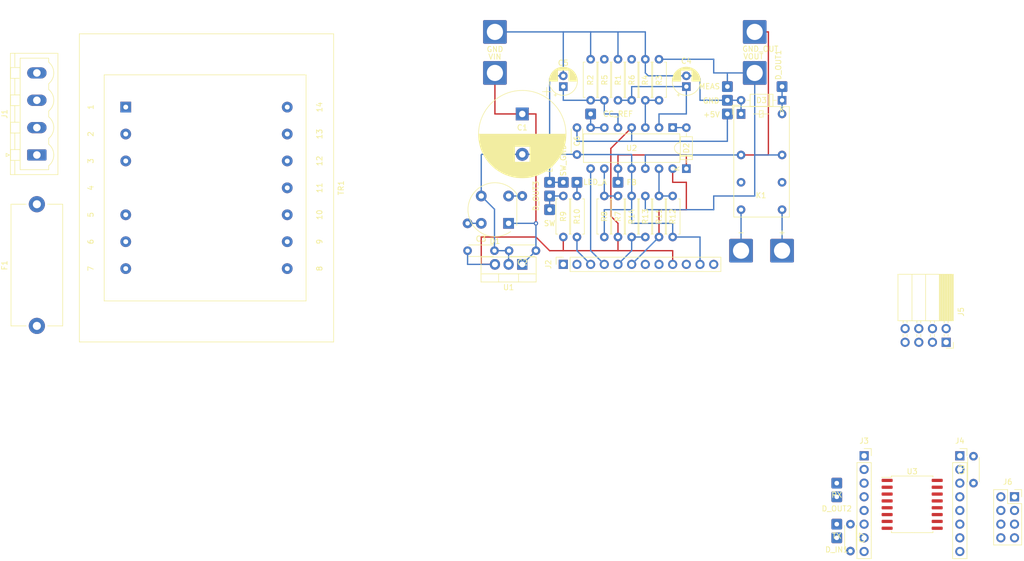
<source format=kicad_pcb>
(kicad_pcb (version 20171130) (host pcbnew "(5.1.7)-1")
  (layers (0 F.Cu signal) (31 B.Cu signal) (34 B.Paste user hide) (35 F.Paste user hide) (36 B.SilkS user) (37 F.SilkS user) (38 B.Mask user hide) (39 F.Mask user hide) (44 Edge.Cuts user))
  (net 0 "")
  (net 1 "Net-(C1-Pad1)")
  (net 2 GND)
  (net 3 /+5V)
  (net 4 "Net-(C4-Pad1)")
  (net 5 "Net-(C5-Pad1)")
  (net 6 "Net-(C8-Pad1)")
  (net 7 "Net-(C8-Pad2)")
  (net 8 "Net-(D1-Pad4)")
  (net 9 "Net-(D1-Pad2)")
  (net 10 "Net-(D2-Pad2)")
  (net 11 "Net-(D2-Pad1)")
  (net 12 "Net-(D3-Pad1)")
  (net 13 "Net-(F1-Pad1)")
  (net 14 "Net-(F1-Pad2)")
  (net 15 "Net-(J1-Pad3)")
  (net 16 /A_OUT2)
  (net 17 /A_OUT1)
  (net 18 /D_OUT3)
  (net 19 /DIN_2)
  (net 20 /A_IN2)
  (net 21 /A_IN1)
  (net 22 "Net-(J2-Pad7)")
  (net 23 "Net-(J2-Pad8)")
  (net 24 "Net-(J2-Pad10)")
  (net 25 "Net-(J2-Pad12)")
  (net 26 "Net-(J3-Pad7)")
  (net 27 "Net-(J3-Pad6)")
  (net 28 "Net-(J3-Pad4)")
  (net 29 "Net-(J3-Pad3)")
  (net 30 "Net-(J4-Pad2)")
  (net 31 "Net-(J4-Pad3)")
  (net 32 "Net-(J4-Pad4)")
  (net 33 "Net-(J4-Pad5)")
  (net 34 "Net-(J4-Pad6)")
  (net 35 "Net-(J5-Pad1)")
  (net 36 "Net-(J5-Pad5)")
  (net 37 "Net-(K1-Pad21)")
  (net 38 "Net-(K1-Pad22)")
  (net 39 "Net-(K1-Pad11)")
  (net 40 "Net-(K1-Pad12)")
  (net 41 "Net-(R3-Pad2)")
  (net 42 "Net-(R7-Pad2)")
  (net 43 "Net-(R9-Pad2)")
  (net 44 "Net-(R10-Pad1)")
  (net 45 "Net-(R11-Pad1)")
  (net 46 "Net-(TP3-Pad1)")
  (net 47 "Net-(U3-Pad10)")
  (net 48 "Net-(U3-Pad11)")
  (net 49 "Net-(U3-Pad14)")
  (module Resistor_THT:R_Axial_DIN0207_L6.3mm_D2.5mm_P7.62mm_Horizontal (layer F.Cu) (at 144.78 66.04 90)
    (fp_text reference R9 (at 3.81 0 90) (layer F.SilkS))
    (fp_text value 1k)
    (pad 2 thru_hole oval (at 7.62 0 90) (size 1.6 1.6) (drill 0.8) (layers *.Cu *.Mask) (net 43 "Net-(R9-Pad2)"))
    (pad 1 thru_hole circle (at 0 0 90) (size 1.6 1.6) (drill 0.8) (layers *.Cu *.Mask) (net 3 /+5V))
  )
  (module Resistor_THT:R_Axial_DIN0207_L6.3mm_D2.5mm_P7.62mm_Horizontal (layer F.Cu) (at 147.32 58.42 270)
    (fp_text reference R10 (at 3.81 0 90) (layer F.SilkS))
    (fp_text value 470R)
    (pad 1 thru_hole circle (at 0 0 270) (size 1.6 1.6) (drill 0.8) (layers *.Cu *.Mask) (net 44 "Net-(R10-Pad1)"))
    (pad 2 thru_hole oval (at 7.62 0 270) (size 1.6 1.6) (drill 0.8) (layers *.Cu *.Mask) (net 18 /D_OUT3))
  )
  (module Connector_Wire:SolderWire-0.25sqmm_1x01_D0.65mm_OD2mm (layer F.Cu) (at 142.24 60.96)
    (fp_text reference TP9 hide)
    (fp_text value SW (at 0 2.54 180) (layer F.SilkS))
    (pad 1 thru_hole roundrect (at 0 0) (size 2 2) (drill 0.85) (layers *.Cu *.Mask) (roundrect_rratio 0.125) (net 43 "Net-(R9-Pad2)"))
  )
  (module Connector_Wire:SolderWire-0.25sqmm_1x01_D0.65mm_OD2mm (layer F.Cu) (at 142.24 58.42)
    (fp_text reference TP13 hide)
    (fp_text value D_OUT3 (at -2.54 0 270) (layer F.SilkS))
    (pad 1 thru_hole roundrect (at 0 0) (size 2 2) (drill 0.85) (layers *.Cu *.Mask) (roundrect_rratio 0.125) (net 43 "Net-(R9-Pad2)"))
  )
  (module Connector_Wire:SolderWire-0.25sqmm_1x01_D0.65mm_OD2mm (layer F.Cu) (at 147.32 55.88)
    (fp_text reference TP14 hide)
    (fp_text value LED_A (at 3.346485 -0.039121) (layer F.SilkS))
    (pad 1 thru_hole roundrect (at 0 0) (size 2 2) (drill 0.85) (layers *.Cu *.Mask) (roundrect_rratio 0.125) (net 44 "Net-(R10-Pad1)"))
  )
  (module Resistor_THT:R_Axial_DIN0207_L6.3mm_D2.5mm_P7.62mm_Horizontal (layer F.Cu) (at 162.56 33.02 270)
    (fp_text reference R3 (at 3.907948 -0.014471 90) (layer F.SilkS))
    (fp_text value 12k)
    (pad 2 thru_hole oval (at 7.62 0 270) (size 1.6 1.6) (drill 0.8) (layers *.Cu *.Mask) (net 41 "Net-(R3-Pad2)"))
    (pad 1 thru_hole circle (at 0 0 270) (size 1.6 1.6) (drill 0.8) (layers *.Cu *.Mask) (net 37 "Net-(K1-Pad21)"))
  )
  (module Capacitor_THT:CP_Radial_D16.0mm_P7.50mm (layer F.Cu) (at 137.16 43.18 270)
    (fp_text reference C1 (at 2.54 0 180) (layer F.SilkS))
    (fp_text value 2200u/35V)
    (pad 1 thru_hole rect (at 0 0 270) (size 2.4 2.4) (drill 1.2) (layers *.Cu *.Mask) (net 1 "Net-(C1-Pad1)"))
    (pad 2 thru_hole circle (at 7.5 0 270) (size 2.4 2.4) (drill 1.2) (layers *.Cu *.Mask) (net 2 GND))
  )
  (module Capacitor_THT:C_Disc_D4.3mm_W1.9mm_P5.00mm (layer F.Cu) (at 139.7 68.58 180)
    (fp_text reference C2 (at 2.5 -2.2) (layer F.SilkS))
    (fp_text value 100n)
    (pad 1 thru_hole circle (at 0 0 180) (size 1.6 1.6) (drill 0.8) (layers *.Cu *.Mask) (net 1 "Net-(C1-Pad1)"))
    (pad 2 thru_hole circle (at 5 0 180) (size 1.6 1.6) (drill 0.8) (layers *.Cu *.Mask) (net 2 GND))
  )
  (module Capacitor_THT:C_Disc_D4.3mm_W1.9mm_P5.00mm (layer F.Cu) (at 127 68.58)
    (fp_text reference C3 (at 2.5 -2.2) (layer F.SilkS))
    (fp_text value 100n)
    (pad 2 thru_hole circle (at 5 0) (size 1.6 1.6) (drill 0.8) (layers *.Cu *.Mask) (net 2 GND))
    (pad 1 thru_hole circle (at 0 0) (size 1.6 1.6) (drill 0.8) (layers *.Cu *.Mask) (net 3 /+5V))
  )
  (module Capacitor_THT:CP_Radial_D5.0mm_P2.00mm (layer F.Cu) (at 167.64 38.1 90)
    (fp_text reference C4 (at 4.75833 0.003344 180) (layer F.SilkS))
    (fp_text value 47u/25V)
    (pad 2 thru_hole circle (at 2 0 90) (size 1.6 1.6) (drill 0.8) (layers *.Cu *.Mask) (net 2 GND))
    (pad 1 thru_hole rect (at 0 0 90) (size 1.6 1.6) (drill 0.8) (layers *.Cu *.Mask) (net 4 "Net-(C4-Pad1)"))
  )
  (module Capacitor_THT:CP_Radial_D5.0mm_P2.00mm (layer F.Cu) (at 144.78 38.1 90)
    (fp_text reference C5 (at 4.39099 -0.01466 180) (layer F.SilkS))
    (fp_text value 47u/25V)
    (pad 1 thru_hole rect (at 0 0 90) (size 1.6 1.6) (drill 0.8) (layers *.Cu *.Mask) (net 5 "Net-(C5-Pad1)"))
    (pad 2 thru_hole circle (at 2 0 90) (size 1.6 1.6) (drill 0.8) (layers *.Cu *.Mask) (net 2 GND))
  )
  (module Capacitor_THT:C_Disc_D4.3mm_W1.9mm_P5.00mm (layer F.Cu) (at 147.32 45.72 270)
    (fp_text reference C6 (at 2.5 0 90) (layer F.SilkS))
    (fp_text value 100n)
    (pad 1 thru_hole circle (at 0 0 270) (size 1.6 1.6) (drill 0.8) (layers *.Cu *.Mask) (net 3 /+5V))
    (pad 2 thru_hole circle (at 5 0 270) (size 1.6 1.6) (drill 0.8) (layers *.Cu *.Mask) (net 2 GND))
  )
  (module Capacitor_THT:C_Disc_D4.3mm_W1.9mm_P5.00mm (layer F.Cu) (at 198.12 119.38 270)
    (fp_text reference C7 (at 2.5 -2.2 90) (layer F.SilkS))
    (fp_text value 100n)
    (pad 2 thru_hole circle (at 5 0 270) (size 1.6 1.6) (drill 0.8) (layers *.Cu *.Mask) (net 2 GND))
    (pad 1 thru_hole circle (at 0 0 270) (size 1.6 1.6) (drill 0.8) (layers *.Cu *.Mask) (net 3 /+5V))
  )
  (module Capacitor_THT:C_Disc_D4.3mm_W1.9mm_P5.00mm (layer F.Cu) (at 220.98 111.76 90)
    (fp_text reference C8 (at 2.5 -2.2 90) (layer F.SilkS))
    (fp_text value 100n)
    (pad 1 thru_hole circle (at 0 0 90) (size 1.6 1.6) (drill 0.8) (layers *.Cu *.Mask) (net 6 "Net-(C8-Pad1)"))
    (pad 2 thru_hole circle (at 5 0 90) (size 1.6 1.6) (drill 0.8) (layers *.Cu *.Mask) (net 7 "Net-(C8-Pad2)"))
  )
  (module Diode_THT:Diode_Bridge_Round_D9.8mm (layer F.Cu) (at 134.62 63.5 180)
    (fp_text reference D1 (at 2.54 -3.302) (layer F.SilkS))
    (fp_text value W04G)
    (pad 4 thru_hole oval (at 5.08 0 180) (size 2 2) (drill 1) (layers *.Cu *.Mask) (net 8 "Net-(D1-Pad4)"))
    (pad 2 thru_hole oval (at 0 5.08 180) (size 2 2) (drill 1) (layers *.Cu *.Mask) (net 9 "Net-(D1-Pad2)"))
    (pad 3 thru_hole oval (at 5.08 5.08 180) (size 2 2) (drill 1) (layers *.Cu *.Mask) (net 2 GND))
    (pad 1 thru_hole rect (at 0 0 180) (size 2 2) (drill 1) (layers *.Cu *.Mask) (net 1 "Net-(C1-Pad1)"))
  )
  (module Diode_THT:D_DO-35_SOD27_P7.62mm_Horizontal (layer F.Cu) (at 167.64 53.34 90)
    (fp_text reference D2 (at 3.81 0 90) (layer F.SilkS))
    (fp_text value 1N4148)
    (fp_text user K (at 0 -1.8 90) (layer F.SilkS))
    (pad 2 thru_hole oval (at 7.62 0 90) (size 1.6 1.6) (drill 0.8) (layers *.Cu *.Mask) (net 10 "Net-(D2-Pad2)"))
    (pad 1 thru_hole rect (at 0 0 90) (size 1.6 1.6) (drill 0.8) (layers *.Cu *.Mask) (net 11 "Net-(D2-Pad1)"))
  )
  (module Diode_THT:D_DO-35_SOD27_P7.62mm_Horizontal (layer F.Cu) (at 185.42 40.64 180)
    (fp_text reference D3 (at 3.81 0) (layer F.SilkS))
    (fp_text value 1N4148)
    (fp_text user K (at 0 -1.8) (layer F.SilkS))
    (pad 1 thru_hole rect (at 0 0 180) (size 1.6 1.6) (drill 0.8) (layers *.Cu *.Mask) (net 12 "Net-(D3-Pad1)"))
    (pad 2 thru_hole oval (at 7.62 0 180) (size 1.6 1.6) (drill 0.8) (layers *.Cu *.Mask) (net 2 GND))
  )
  (module Fuse:Fuseholder_Cylinder-5x20mm_Stelvio-Kontek_PTF78_Horizontal_Open (layer F.Cu) (at 46.99 82.55 90)
    (fp_text reference F1 (at 11.25 -6 90) (layer F.SilkS))
    (fp_text value Fuse)
    (pad 1 thru_hole circle (at 0 0 90) (size 3 3) (drill 1.5) (layers *.Cu *.Mask) (net 13 "Net-(F1-Pad1)"))
    (pad 2 thru_hole circle (at 22.6 0 90) (size 3 3) (drill 1.5) (layers *.Cu *.Mask) (net 14 "Net-(F1-Pad2)"))
  )
  (module Connector_Phoenix_MSTB:PhoenixContact_MSTBVA_2,5_4-G-5,08_1x04_P5.08mm_Vertical (layer F.Cu) (at 46.99 50.8 90)
    (fp_text reference J1 (at 7.62 -6 90) (layer F.SilkS))
    (fp_text value Conn_01x04_Male)
    (pad 1 thru_hole roundrect (at 0 0 90) (size 2.08 3.6) (drill 1.4) (layers *.Cu *.Mask) (roundrect_rratio 0.120192) (net 14 "Net-(F1-Pad2)"))
    (pad 2 thru_hole oval (at 5.08 0 90) (size 2.08 3.6) (drill 1.4) (layers *.Cu *.Mask) (net 14 "Net-(F1-Pad2)"))
    (pad 3 thru_hole oval (at 10.16 0 90) (size 2.08 3.6) (drill 1.4) (layers *.Cu *.Mask) (net 15 "Net-(J1-Pad3)"))
    (pad 4 thru_hole oval (at 15.24 0 90) (size 2.08 3.6) (drill 1.4) (layers *.Cu *.Mask) (net 15 "Net-(J1-Pad3)"))
  )
  (module Connector_PinSocket_2.54mm:PinSocket_1x12_P2.54mm_Vertical (layer F.Cu) (at 144.78 71.12 90)
    (fp_text reference J2 (at 0 -2.77 90) (layer F.SilkS))
    (fp_text value ARDUINO)
    (pad 1 thru_hole rect (at 0 0 90) (size 1.7 1.7) (drill 1) (layers *.Cu *.Mask) (net 16 /A_OUT2))
    (pad 2 thru_hole oval (at 0 2.54 90) (size 1.7 1.7) (drill 1) (layers *.Cu *.Mask) (net 17 /A_OUT1))
    (pad 3 thru_hole oval (at 0 5.08 90) (size 1.7 1.7) (drill 1) (layers *.Cu *.Mask) (net 18 /D_OUT3))
    (pad 4 thru_hole oval (at 0 7.62 90) (size 1.7 1.7) (drill 1) (layers *.Cu *.Mask) (net 19 /DIN_2))
    (pad 5 thru_hole oval (at 0 10.16 90) (size 1.7 1.7) (drill 1) (layers *.Cu *.Mask) (net 20 /A_IN2))
    (pad 6 thru_hole oval (at 0 12.7 90) (size 1.7 1.7) (drill 1) (layers *.Cu *.Mask) (net 21 /A_IN1))
    (pad 7 thru_hole oval (at 0 15.24 90) (size 1.7 1.7) (drill 1) (layers *.Cu *.Mask) (net 22 "Net-(J2-Pad7)"))
    (pad 8 thru_hole oval (at 0 17.78 90) (size 1.7 1.7) (drill 1) (layers *.Cu *.Mask) (net 23 "Net-(J2-Pad8)"))
    (pad 9 thru_hole oval (at 0 20.32 90) (size 1.7 1.7) (drill 1) (layers *.Cu *.Mask) (net 3 /+5V))
    (pad 10 thru_hole oval (at 0 22.86 90) (size 1.7 1.7) (drill 1) (layers *.Cu *.Mask) (net 24 "Net-(J2-Pad10)"))
    (pad 11 thru_hole oval (at 0 25.4 90) (size 1.7 1.7) (drill 1) (layers *.Cu *.Mask) (net 2 GND))
    (pad 12 thru_hole oval (at 0 27.94 90) (size 1.7 1.7) (drill 1) (layers *.Cu *.Mask) (net 25 "Net-(J2-Pad12)"))
  )
  (module Connector_PinSocket_2.54mm:PinSocket_1x08_P2.54mm_Vertical (layer F.Cu) (at 200.66 106.68)
    (fp_text reference J3 (at 0 -2.77) (layer F.SilkS))
    (fp_text value ADM2483)
    (pad 8 thru_hole oval (at 0 17.78) (size 1.7 1.7) (drill 1) (layers *.Cu *.Mask) (net 2 GND))
    (pad 7 thru_hole oval (at 0 15.24) (size 1.7 1.7) (drill 1) (layers *.Cu *.Mask) (net 26 "Net-(J3-Pad7)"))
    (pad 6 thru_hole oval (at 0 12.7) (size 1.7 1.7) (drill 1) (layers *.Cu *.Mask) (net 27 "Net-(J3-Pad6)"))
    (pad 5 thru_hole oval (at 0 10.16) (size 1.7 1.7) (drill 1) (layers *.Cu *.Mask) (net 28 "Net-(J3-Pad4)"))
    (pad 4 thru_hole oval (at 0 7.62) (size 1.7 1.7) (drill 1) (layers *.Cu *.Mask) (net 28 "Net-(J3-Pad4)"))
    (pad 3 thru_hole oval (at 0 5.08) (size 1.7 1.7) (drill 1) (layers *.Cu *.Mask) (net 29 "Net-(J3-Pad3)"))
    (pad 2 thru_hole oval (at 0 2.54) (size 1.7 1.7) (drill 1) (layers *.Cu *.Mask) (net 2 GND))
    (pad 1 thru_hole rect (at 0 0) (size 1.7 1.7) (drill 1) (layers *.Cu *.Mask) (net 3 /+5V))
  )
  (module Connector_PinSocket_2.54mm:PinSocket_1x08_P2.54mm_Vertical (layer F.Cu) (at 218.44 106.68)
    (fp_text reference J4 (at 0 -2.77) (layer F.SilkS))
    (fp_text value ADM2483)
    (pad 1 thru_hole rect (at 0 0) (size 1.7 1.7) (drill 1) (layers *.Cu *.Mask) (net 7 "Net-(C8-Pad2)"))
    (pad 2 thru_hole oval (at 0 2.54) (size 1.7 1.7) (drill 1) (layers *.Cu *.Mask) (net 30 "Net-(J4-Pad2)"))
    (pad 3 thru_hole oval (at 0 5.08) (size 1.7 1.7) (drill 1) (layers *.Cu *.Mask) (net 31 "Net-(J4-Pad3)"))
    (pad 4 thru_hole oval (at 0 7.62) (size 1.7 1.7) (drill 1) (layers *.Cu *.Mask) (net 32 "Net-(J4-Pad4)"))
    (pad 5 thru_hole oval (at 0 10.16) (size 1.7 1.7) (drill 1) (layers *.Cu *.Mask) (net 33 "Net-(J4-Pad5)"))
    (pad 6 thru_hole oval (at 0 12.7) (size 1.7 1.7) (drill 1) (layers *.Cu *.Mask) (net 34 "Net-(J4-Pad6)"))
    (pad 7 thru_hole oval (at 0 15.24) (size 1.7 1.7) (drill 1) (layers *.Cu *.Mask) (net 7 "Net-(C8-Pad2)"))
    (pad 8 thru_hole oval (at 0 17.78) (size 1.7 1.7) (drill 1) (layers *.Cu *.Mask) (net 6 "Net-(C8-Pad1)"))
  )
  (module Connector_PinSocket_2.54mm:PinSocket_2x04_P2.54mm_Horizontal (layer F.Cu) (at 215.9 85.595001 270)
    (fp_text reference J5 (at -5.65 -2.77 90) (layer F.SilkS))
    (fp_text value OUTPUT)
    (pad 1 thru_hole rect (at 0 0 270) (size 1.7 1.7) (drill 1) (layers *.Cu *.Mask) (net 35 "Net-(J5-Pad1)"))
    (pad 2 thru_hole oval (at -2.54 0 270) (size 1.7 1.7) (drill 1) (layers *.Cu *.Mask) (net 35 "Net-(J5-Pad1)"))
    (pad 3 thru_hole oval (at 0 2.54 270) (size 1.7 1.7) (drill 1) (layers *.Cu *.Mask) (net 35 "Net-(J5-Pad1)"))
    (pad 4 thru_hole oval (at -2.54 2.54 270) (size 1.7 1.7) (drill 1) (layers *.Cu *.Mask) (net 35 "Net-(J5-Pad1)"))
    (pad 5 thru_hole oval (at 0 5.08 270) (size 1.7 1.7) (drill 1) (layers *.Cu *.Mask) (net 36 "Net-(J5-Pad5)"))
    (pad 6 thru_hole oval (at -2.54 5.08 270) (size 1.7 1.7) (drill 1) (layers *.Cu *.Mask) (net 36 "Net-(J5-Pad5)"))
    (pad 7 thru_hole oval (at 0 7.62 270) (size 1.7 1.7) (drill 1) (layers *.Cu *.Mask) (net 36 "Net-(J5-Pad5)"))
    (pad 8 thru_hole oval (at -2.54 7.62 270) (size 1.7 1.7) (drill 1) (layers *.Cu *.Mask) (net 36 "Net-(J5-Pad5)"))
  )
  (module Connector_PinSocket_2.54mm:PinSocket_2x04_P2.54mm_Vertical (layer F.Cu) (at 228.6 114.3)
    (fp_text reference J6 (at -1.27 -2.77) (layer F.SilkS))
    (fp_text value COMM)
    (pad 1 thru_hole rect (at 0 0) (size 1.7 1.7) (drill 1) (layers *.Cu *.Mask) (net 6 "Net-(C8-Pad1)"))
    (pad 2 thru_hole oval (at -2.54 0) (size 1.7 1.7) (drill 1) (layers *.Cu *.Mask) (net 6 "Net-(C8-Pad1)"))
    (pad 3 thru_hole oval (at 0 2.54) (size 1.7 1.7) (drill 1) (layers *.Cu *.Mask) (net 32 "Net-(J4-Pad4)"))
    (pad 4 thru_hole oval (at -2.54 2.54) (size 1.7 1.7) (drill 1) (layers *.Cu *.Mask) (net 32 "Net-(J4-Pad4)"))
    (pad 5 thru_hole oval (at 0 5.08) (size 1.7 1.7) (drill 1) (layers *.Cu *.Mask) (net 33 "Net-(J4-Pad5)"))
    (pad 6 thru_hole oval (at -2.54 5.08) (size 1.7 1.7) (drill 1) (layers *.Cu *.Mask) (net 33 "Net-(J4-Pad5)"))
    (pad 7 thru_hole oval (at 0 7.62) (size 1.7 1.7) (drill 1) (layers *.Cu *.Mask) (net 7 "Net-(C8-Pad2)"))
    (pad 8 thru_hole oval (at -2.54 7.62) (size 1.7 1.7) (drill 1) (layers *.Cu *.Mask) (net 7 "Net-(C8-Pad2)"))
  )
  (module Relay_THT:Relay_DPDT_Finder_30.22 (layer F.Cu) (at 177.8 43.18 270)
    (fp_text reference K1 (at 15.127117 -3.711861 180) (layer F.SilkS))
    (fp_text value FINDER-30.22)
    (pad 21 thru_hole circle (at 7.62 -7.62) (size 1.6 1.6) (drill 0.8) (layers *.Cu *.Mask) (net 37 "Net-(K1-Pad21)"))
    (pad 22 thru_hole circle (at 12.7 -7.62) (size 1.6 1.6) (drill 0.8) (layers *.Cu *.Mask) (net 38 "Net-(K1-Pad22)"))
    (pad 24 thru_hole circle (at 17.78 -7.62 90) (size 1.6 1.6) (drill 0.8) (layers *.Cu *.Mask) (net 35 "Net-(J5-Pad1)"))
    (pad A1 thru_hole rect (at 0 0) (size 1.6 1.8) (drill 0.8) (layers *.Cu *.Mask) (net 2 GND))
    (pad A2 thru_hole circle (at 0 -7.62) (size 1.6 1.6) (drill 0.8) (layers *.Cu *.Mask) (net 12 "Net-(D3-Pad1)"))
    (pad 11 thru_hole circle (at 7.62 0) (size 1.6 1.6) (drill 0.8) (layers *.Cu *.Mask) (net 39 "Net-(K1-Pad11)"))
    (pad 14 thru_hole circle (at 17.78 0) (size 1.6 1.6) (drill 0.8) (layers *.Cu *.Mask) (net 36 "Net-(J5-Pad5)"))
    (pad 12 thru_hole circle (at 12.7 0) (size 1.6 1.6) (drill 0.8) (layers *.Cu *.Mask) (net 40 "Net-(K1-Pad12)"))
  )
  (module Resistor_THT:R_Axial_DIN0207_L6.3mm_D2.5mm_P7.62mm_Horizontal (layer F.Cu) (at 154.94 40.64 90)
    (fp_text reference R1 (at 3.752122 0.021144 90) (layer F.SilkS))
    (fp_text value 10k)
    (pad 1 thru_hole circle (at 0 0 90) (size 1.6 1.6) (drill 0.8) (layers *.Cu *.Mask) (net 4 "Net-(C4-Pad1)"))
    (pad 2 thru_hole oval (at 7.62 0 90) (size 1.6 1.6) (drill 0.8) (layers *.Cu *.Mask) (net 2 GND))
  )
  (module Resistor_THT:R_Axial_DIN0207_L6.3mm_D2.5mm_P7.62mm_Horizontal (layer F.Cu) (at 149.86 40.64 90)
    (fp_text reference R2 (at 3.746991 -0.042947 90) (layer F.SilkS))
    (fp_text value 1k)
    (pad 2 thru_hole oval (at 7.62 0 90) (size 1.6 1.6) (drill 0.8) (layers *.Cu *.Mask) (net 2 GND))
    (pad 1 thru_hole circle (at 0 0 90) (size 1.6 1.6) (drill 0.8) (layers *.Cu *.Mask) (net 5 "Net-(C5-Pad1)"))
  )
  (module Resistor_THT:R_Axial_DIN0207_L6.3mm_D2.5mm_P7.62mm_Horizontal (layer F.Cu) (at 160.02 40.64 90)
    (fp_text reference R4 (at 3.752122 -0.030053 90) (layer F.SilkS))
    (fp_text value 1k8)
    (pad 1 thru_hole circle (at 0 0 90) (size 1.6 1.6) (drill 0.8) (layers *.Cu *.Mask) (net 41 "Net-(R3-Pad2)"))
    (pad 2 thru_hole oval (at 7.62 0 90) (size 1.6 1.6) (drill 0.8) (layers *.Cu *.Mask) (net 2 GND))
  )
  (module Resistor_THT:R_Axial_DIN0207_L6.3mm_D2.5mm_P7.62mm_Horizontal (layer F.Cu) (at 152.4 33.02 270)
    (fp_text reference R5 (at 3.847843 -0.056761 90) (layer F.SilkS))
    (fp_text value 10k)
    (pad 1 thru_hole circle (at 0 0 270) (size 1.6 1.6) (drill 0.8) (layers *.Cu *.Mask) (net 16 /A_OUT2))
    (pad 2 thru_hole oval (at 7.62 0 270) (size 1.6 1.6) (drill 0.8) (layers *.Cu *.Mask) (net 5 "Net-(C5-Pad1)"))
  )
  (module Resistor_THT:R_Axial_DIN0207_L6.3mm_D2.5mm_P7.62mm_Horizontal (layer F.Cu) (at 157.48 33.02 270)
    (fp_text reference R6 (at 3.847843 -0.025598 90) (layer F.SilkS))
    (fp_text value 10k)
    (pad 2 thru_hole oval (at 7.62 0 270) (size 1.6 1.6) (drill 0.8) (layers *.Cu *.Mask) (net 4 "Net-(C4-Pad1)"))
    (pad 1 thru_hole circle (at 0 0 270) (size 1.6 1.6) (drill 0.8) (layers *.Cu *.Mask) (net 17 /A_OUT1))
  )
  (module Resistor_THT:R_Axial_DIN0207_L6.3mm_D2.5mm_P7.62mm_Horizontal (layer F.Cu) (at 154.94 66.04 90)
    (fp_text reference R7 (at 3.81 0 90) (layer F.SilkS))
    (fp_text value 10k)
    (pad 1 thru_hole circle (at 0 0 90) (size 1.6 1.6) (drill 0.8) (layers *.Cu *.Mask) (net 3 /+5V))
    (pad 2 thru_hole oval (at 7.62 0 90) (size 1.6 1.6) (drill 0.8) (layers *.Cu *.Mask) (net 42 "Net-(R7-Pad2)"))
  )
  (module Resistor_THT:R_Axial_DIN0207_L6.3mm_D2.5mm_P7.62mm_Horizontal (layer F.Cu) (at 152.4 58.42 270)
    (fp_text reference R8 (at 3.81 0 90) (layer F.SilkS))
    (fp_text value 3k9)
    (pad 2 thru_hole oval (at 7.62 0 270) (size 1.6 1.6) (drill 0.8) (layers *.Cu *.Mask) (net 2 GND))
    (pad 1 thru_hole circle (at 0 0 270) (size 1.6 1.6) (drill 0.8) (layers *.Cu *.Mask) (net 42 "Net-(R7-Pad2)"))
  )
  (module Resistor_THT:R_Axial_DIN0207_L6.3mm_D2.5mm_P7.62mm_Horizontal (layer F.Cu) (at 162.56 58.42 270)
    (fp_text reference R11 (at 3.81 0 90) (layer F.SilkS))
    (fp_text value 47k)
    (pad 1 thru_hole circle (at 0 0 270) (size 1.6 1.6) (drill 0.8) (layers *.Cu *.Mask) (net 45 "Net-(R11-Pad1)"))
    (pad 2 thru_hole oval (at 7.62 0 270) (size 1.6 1.6) (drill 0.8) (layers *.Cu *.Mask) (net 21 /A_IN1))
  )
  (module Resistor_THT:R_Axial_DIN0207_L6.3mm_D2.5mm_P7.62mm_Horizontal (layer F.Cu) (at 165.1 66.04 90)
    (fp_text reference R12 (at 3.81 0 90) (layer F.SilkS))
    (fp_text value 1k)
    (pad 2 thru_hole oval (at 7.62 0 90) (size 1.6 1.6) (drill 0.8) (layers *.Cu *.Mask) (net 45 "Net-(R11-Pad1)"))
    (pad 1 thru_hole circle (at 0 0 90) (size 1.6 1.6) (drill 0.8) (layers *.Cu *.Mask) (net 2 GND))
  )
  (module Resistor_THT:R_Axial_DIN0207_L6.3mm_D2.5mm_P7.62mm_Horizontal (layer F.Cu) (at 160.02 58.42 270)
    (fp_text reference R13 (at 3.81 0 90) (layer F.SilkS))
    (fp_text value 4k7)
    (pad 1 thru_hole circle (at 0 0 270) (size 1.6 1.6) (drill 0.8) (layers *.Cu *.Mask) (net 37 "Net-(K1-Pad21)"))
    (pad 2 thru_hole oval (at 7.62 0 270) (size 1.6 1.6) (drill 0.8) (layers *.Cu *.Mask) (net 20 /A_IN2))
  )
  (module Resistor_THT:R_Axial_DIN0207_L6.3mm_D2.5mm_P7.62mm_Horizontal (layer F.Cu) (at 157.48 66.04 90)
    (fp_text reference R14 (at 3.81 0 90) (layer F.SilkS))
    (fp_text value 1k2)
    (pad 2 thru_hole oval (at 7.62 0 90) (size 1.6 1.6) (drill 0.8) (layers *.Cu *.Mask) (net 2 GND))
    (pad 1 thru_hole circle (at 0 0 90) (size 1.6 1.6) (drill 0.8) (layers *.Cu *.Mask) (net 20 /A_IN2))
  )
  (module Connector_Wire:SolderWire-2.5sqmm_1x01_D2.4mm_OD4.4mm (layer F.Cu) (at 132.08 35.56)
    (fp_text reference TP1 hide)
    (fp_text value VIN (at -0.010133 -2.995979) (layer F.SilkS))
    (pad 1 thru_hole roundrect (at 0 0) (size 4.4 4.4) (drill 3) (layers *.Cu *.Mask) (roundrect_rratio 0.056818) (net 1 "Net-(C1-Pad1)"))
  )
  (module Connector_Wire:SolderWire-2.5sqmm_1x01_D2.4mm_OD4.4mm (layer F.Cu) (at 132.08 27.94)
    (fp_text reference TP2 hide)
    (fp_text value GND (at 0.010132 3.225686) (layer F.SilkS))
    (pad 1 thru_hole roundrect (at 0 0) (size 4.4 4.4) (drill 3) (layers *.Cu *.Mask) (roundrect_rratio 0.056818) (net 2 GND))
  )
  (module Connector_Wire:SolderWire-0.25sqmm_1x01_D0.65mm_OD2mm (layer F.Cu) (at 149.86 43.18)
    (fp_text reference TP3 hide)
    (fp_text value CC_REF (at 5.08 0) (layer F.SilkS))
    (pad 1 thru_hole roundrect (at 0 0) (size 2 2) (drill 0.85) (layers *.Cu *.Mask) (roundrect_rratio 0.125) (net 46 "Net-(TP3-Pad1)"))
  )
  (module Connector_Wire:SolderWire-0.25sqmm_1x01_D0.65mm_OD2mm (layer F.Cu) (at 154.94 55.88)
    (fp_text reference TP4 hide)
    (fp_text value FB (at 2.54 0) (layer F.SilkS))
    (pad 1 thru_hole roundrect (at 0 0) (size 2 2) (drill 0.85) (layers *.Cu *.Mask) (roundrect_rratio 0.125) (net 11 "Net-(D2-Pad1)"))
  )
  (module Connector_Wire:SolderWire-2.5sqmm_1x01_D2.4mm_OD4.4mm (layer F.Cu) (at 180.34 35.56 180)
    (fp_text reference TP5 hide)
    (fp_text value VOUT (at 0.238596 3.046257) (layer F.SilkS))
    (pad 1 thru_hole roundrect (at 0 0 180) (size 4.4 4.4) (drill 3) (layers *.Cu *.Mask) (roundrect_rratio 0.056818) (net 37 "Net-(K1-Pad21)"))
  )
  (module Connector_Wire:SolderWire-2.5sqmm_1x01_D2.4mm_OD4.4mm (layer F.Cu) (at 180.34 27.94)
    (fp_text reference TP6 hide)
    (fp_text value GND_OUT (at 1.056637 3.164893) (layer F.SilkS))
    (pad 1 thru_hole roundrect (at 0 0) (size 4.4 4.4) (drill 3) (layers *.Cu *.Mask) (roundrect_rratio 0.056818) (net 39 "Net-(K1-Pad11)"))
  )
  (module Connector_Wire:SolderWire-0.25sqmm_1x01_D0.65mm_OD2mm (layer F.Cu) (at 175.26 43.18)
    (fp_text reference TP7 hide)
    (fp_text value +5V (at -2.942721 0.10839) (layer F.SilkS))
    (pad 1 thru_hole roundrect (at 0 0) (size 2 2) (drill 0.85) (layers *.Cu *.Mask) (roundrect_rratio 0.125) (net 3 /+5V))
  )
  (module Connector_Wire:SolderWire-0.25sqmm_1x01_D0.65mm_OD2mm (layer F.Cu) (at 175.26 38.1)
    (fp_text reference TP8 hide)
    (fp_text value MEAS (at -3.327932 -0.033909) (layer F.SilkS))
    (pad 1 thru_hole roundrect (at 0 0) (size 2 2) (drill 0.85) (layers *.Cu *.Mask) (roundrect_rratio 0.125) (net 37 "Net-(K1-Pad21)"))
  )
  (module Connector_Wire:SolderWire-0.25sqmm_1x01_D0.65mm_OD2mm (layer F.Cu) (at 144.78 55.88)
    (fp_text reference TP10 hide)
    (fp_text value SW_GND (at 0 -4.077511 90) (layer F.SilkS))
    (pad 1 thru_hole roundrect (at 0 0) (size 2 2) (drill 0.85) (layers *.Cu *.Mask) (roundrect_rratio 0.125) (net 2 GND))
  )
  (module Connector_Wire:SolderWire-0.25sqmm_1x01_D0.65mm_OD2mm (layer F.Cu) (at 175.26 40.64)
    (fp_text reference TP11 hide)
    (fp_text value GND (at -3.012759 0.087849) (layer F.SilkS))
    (pad 1 thru_hole roundrect (at 0 0) (size 2 2) (drill 0.85) (layers *.Cu *.Mask) (roundrect_rratio 0.125) (net 2 GND))
  )
  (module Connector_Wire:SolderWire-0.25sqmm_1x01_D0.65mm_OD2mm (layer F.Cu) (at 142.24 55.88)
    (fp_text reference TP12 hide)
    (fp_text value LED_GND (at 0 -5.08 90) (layer F.SilkS))
    (pad 1 thru_hole roundrect (at 0 0) (size 2 2) (drill 0.85) (layers *.Cu *.Mask) (roundrect_rratio 0.125) (net 2 GND))
  )
  (module Connector_Wire:SolderWire-0.25sqmm_1x01_D0.65mm_OD2mm (layer F.Cu) (at 185.42 38.1)
    (fp_text reference TP15 hide)
    (fp_text value D_OUT1 (at -0.682789 -4.021908 90) (layer F.SilkS))
    (pad 1 thru_hole roundrect (at 0 0) (size 2 2) (drill 0.85) (layers *.Cu *.Mask) (roundrect_rratio 0.125) (net 12 "Net-(D3-Pad1)"))
  )
  (module Connector_Wire:SolderWire-0.25sqmm_1x01_D0.65mm_OD2mm (layer F.Cu) (at 195.58 114.3)
    (fp_text reference TP16 hide)
    (fp_text value D_OUT2 (at 0 2.2) (layer F.SilkS))
    (pad 1 thru_hole roundrect (at 0 0) (size 2 2) (drill 0.85) (layers *.Cu *.Mask) (roundrect_rratio 0.125) (net 28 "Net-(J3-Pad4)"))
  )
  (module Connector_Wire:SolderWire-0.25sqmm_1x01_D0.65mm_OD2mm (layer F.Cu) (at 195.58 119.38)
    (fp_text reference TP17 hide)
    (fp_text value TX (at 0 2.2) (layer F.SilkS))
    (pad 1 thru_hole roundrect (at 0 0) (size 2 2) (drill 0.85) (layers *.Cu *.Mask) (roundrect_rratio 0.125) (net 27 "Net-(J3-Pad6)"))
  )
  (module Connector_Wire:SolderWire-0.25sqmm_1x01_D0.65mm_OD2mm (layer F.Cu) (at 195.58 111.76)
    (fp_text reference TP18 hide)
    (fp_text value RX (at 0 2.2) (layer F.SilkS))
    (pad 1 thru_hole roundrect (at 0 0) (size 2 2) (drill 0.85) (layers *.Cu *.Mask) (roundrect_rratio 0.125) (net 29 "Net-(J3-Pad3)"))
  )
  (module Connector_Wire:SolderWire-0.25sqmm_1x01_D0.65mm_OD2mm (layer F.Cu) (at 195.58 121.92)
    (fp_text reference TP19 hide)
    (fp_text value D_IN1 (at 0 2.2) (layer F.SilkS))
    (pad 1 thru_hole roundrect (at 0 0) (size 2 2) (drill 0.85) (layers *.Cu *.Mask) (roundrect_rratio 0.125) (net 26 "Net-(J3-Pad7)"))
  )
  (module Connector_Wire:SolderWire-2.5sqmm_1x01_D2.4mm_OD4.4mm (layer F.Cu) (at 185.42 68.58 180)
    (fp_text reference TP20 hide)
    (fp_text value + (at 0 3.4) (layer F.SilkS))
    (pad 1 thru_hole roundrect (at 0 0 180) (size 4.4 4.4) (drill 3) (layers *.Cu *.Mask) (roundrect_rratio 0.056818) (net 35 "Net-(J5-Pad1)"))
  )
  (module Connector_Wire:SolderWire-2.5sqmm_1x01_D2.4mm_OD4.4mm (layer F.Cu) (at 177.8 68.58 180)
    (fp_text reference TP21 hide)
    (fp_text value - (at 0 3.4) (layer F.SilkS))
    (pad 1 thru_hole roundrect (at 0 0 180) (size 4.4 4.4) (drill 3) (layers *.Cu *.Mask) (roundrect_rratio 0.056818) (net 36 "Net-(J5-Pad5)"))
  )
  (module Transformer_THT:Transformer_Breve_TEZ-47x57 (layer F.Cu) (at 63.5 41.91 270)
    (fp_text reference TR1 (at 15 -40 90) (layer F.SilkS))
    (fp_text value TEZ16.0-D-18V)
    (fp_text user 14 (at 0 -36 90) (layer F.SilkS))
    (fp_text user 13 (at 5 -36 90) (layer F.SilkS))
    (fp_text user 12 (at 10 -36 90) (layer F.SilkS))
    (fp_text user 11 (at 15 -36 90) (layer F.SilkS))
    (fp_text user 10 (at 20 -36 90) (layer F.SilkS))
    (fp_text user 9 (at 25 -36 90) (layer F.SilkS))
    (fp_text user 8 (at 30 -36 90) (layer F.SilkS))
    (fp_text user 7 (at 30 6.5 90) (layer F.SilkS))
    (fp_text user 6 (at 25 6.5 90) (layer F.SilkS))
    (fp_text user 5 (at 20 6.5 90) (layer F.SilkS))
    (fp_text user 4 (at 15 6.5 90) (layer F.SilkS))
    (fp_text user 3 (at 10 6.5 90) (layer F.SilkS))
    (fp_text user 2 (at 5 6.5 90) (layer F.SilkS))
    (fp_text user 1 (at 0 6.5 90) (layer F.SilkS))
    (pad 1 thru_hole rect (at 0 0 270) (size 2 2) (drill 0.9) (layers *.Cu *.Mask) (net 15 "Net-(J1-Pad3)"))
    (pad 2 thru_hole circle (at 5 0 270) (size 2 2) (drill 0.9) (layers *.Cu *.Mask))
    (pad 5 thru_hole circle (at 20 0 270) (size 2 2) (drill 0.9) (layers *.Cu *.Mask))
    (pad 6 thru_hole circle (at 25 0 270) (size 2 2) (drill 0.9) (layers *.Cu *.Mask))
    (pad 7 thru_hole circle (at 30 0 270) (size 2 2) (drill 0.9) (layers *.Cu *.Mask) (net 13 "Net-(F1-Pad1)"))
    (pad 8 thru_hole circle (at 30 -30 270) (size 2 2) (drill 0.9) (layers *.Cu *.Mask))
    (pad 9 thru_hole circle (at 25 -30 270) (size 2 2) (drill 0.9) (layers *.Cu *.Mask) (net 9 "Net-(D1-Pad2)"))
    (pad 10 thru_hole circle (at 20 -30 270) (size 2 2) (drill 0.9) (layers *.Cu *.Mask))
    (pad 11 thru_hole circle (at 15 -30 270) (size 2 2) (drill 0.9) (layers *.Cu *.Mask))
    (pad 12 thru_hole circle (at 10 -30 270) (size 2 2) (drill 0.9) (layers *.Cu *.Mask))
    (pad 3 thru_hole circle (at 10 0 270) (size 2 2) (drill 0.9) (layers *.Cu *.Mask))
    (pad 14 thru_hole circle (at 0 -30 270) (size 2 2) (drill 0.9) (layers *.Cu *.Mask))
    (pad 13 thru_hole circle (at 5 -30 270) (size 2 2) (drill 0.9) (layers *.Cu *.Mask) (net 8 "Net-(D1-Pad4)"))
  )
  (module Package_TO_SOT_THT:TO-220-3_Vertical (layer F.Cu) (at 137.16 71.12 180)
    (fp_text reference U1 (at 2.54 -4.27) (layer F.SilkS))
    (fp_text value LM7805_TO220)
    (pad 1 thru_hole rect (at 0 0 180) (size 1.905 2) (drill 1.1) (layers *.Cu *.Mask) (net 1 "Net-(C1-Pad1)"))
    (pad 2 thru_hole oval (at 2.54 0 180) (size 1.905 2) (drill 1.1) (layers *.Cu *.Mask) (net 2 GND))
    (pad 3 thru_hole oval (at 5.08 0 180) (size 1.905 2) (drill 1.1) (layers *.Cu *.Mask) (net 3 /+5V))
  )
  (module Package_DIP:DIP-14_W7.62mm (layer F.Cu) (at 165.1 45.72 270)
    (fp_text reference U2 (at 3.81 7.62 180) (layer F.SilkS))
    (fp_text value LM324)
    (pad 1 thru_hole rect (at 0 0 270) (size 1.6 1.6) (drill 0.8) (layers *.Cu *.Mask) (net 10 "Net-(D2-Pad2)"))
    (pad 8 thru_hole oval (at 7.62 15.24 270) (size 1.6 1.6) (drill 0.8) (layers *.Cu *.Mask) (net 19 /DIN_2))
    (pad 2 thru_hole oval (at 0 2.54 270) (size 1.6 1.6) (drill 0.8) (layers *.Cu *.Mask) (net 4 "Net-(C4-Pad1)"))
    (pad 9 thru_hole oval (at 7.62 12.7 270) (size 1.6 1.6) (drill 0.8) (layers *.Cu *.Mask) (net 42 "Net-(R7-Pad2)"))
    (pad 3 thru_hole oval (at 0 5.08 270) (size 1.6 1.6) (drill 0.8) (layers *.Cu *.Mask) (net 41 "Net-(R3-Pad2)"))
    (pad 10 thru_hole oval (at 7.62 10.16 270) (size 1.6 1.6) (drill 0.8) (layers *.Cu *.Mask) (net 11 "Net-(D2-Pad1)"))
    (pad 4 thru_hole oval (at 0 7.62 270) (size 1.6 1.6) (drill 0.8) (layers *.Cu *.Mask) (net 3 /+5V))
    (pad 11 thru_hole oval (at 7.62 7.62 270) (size 1.6 1.6) (drill 0.8) (layers *.Cu *.Mask) (net 2 GND))
    (pad 5 thru_hole oval (at 0 10.16 270) (size 1.6 1.6) (drill 0.8) (layers *.Cu *.Mask) (net 5 "Net-(C5-Pad1)"))
    (pad 12 thru_hole oval (at 7.62 5.08 270) (size 1.6 1.6) (drill 0.8) (layers *.Cu *.Mask) (net 39 "Net-(K1-Pad11)"))
    (pad 6 thru_hole oval (at 0 12.7 270) (size 1.6 1.6) (drill 0.8) (layers *.Cu *.Mask) (net 46 "Net-(TP3-Pad1)"))
    (pad 13 thru_hole oval (at 7.62 2.54 270) (size 1.6 1.6) (drill 0.8) (layers *.Cu *.Mask) (net 45 "Net-(R11-Pad1)"))
    (pad 7 thru_hole oval (at 0 15.24 270) (size 1.6 1.6) (drill 0.8) (layers *.Cu *.Mask) (net 46 "Net-(TP3-Pad1)"))
    (pad 14 thru_hole oval (at 7.62 0 270) (size 1.6 1.6) (drill 0.8) (layers *.Cu *.Mask) (net 21 /A_IN1))
  )
  (module Package_SO:SOIC-16W_7.5x10.3mm_P1.27mm (layer F.Cu) (at 209.588049 115.69711)
    (fp_text reference U3 (at 0 -6.1) (layer F.SilkS))
    (fp_text value ADM2483xRW)
    (pad 1 smd roundrect (at -4.65 -4.445) (size 2.05 0.6) (layers F.Cu F.Paste F.Mask) (net 3 /+5V))
    (pad 2 smd roundrect (at -4.65 -3.175) (size 2.05 0.6) (layers F.Cu F.Paste F.Mask) (net 2 GND))
    (pad 3 smd roundrect (at -4.65 -1.905) (size 2.05 0.6) (layers F.Cu F.Paste F.Mask) (net 29 "Net-(J3-Pad3)"))
    (pad 4 smd roundrect (at -4.65 -0.635) (size 2.05 0.6) (layers F.Cu F.Paste F.Mask) (net 28 "Net-(J3-Pad4)"))
    (pad 5 smd roundrect (at -4.65 0.635) (size 2.05 0.6) (layers F.Cu F.Paste F.Mask) (net 28 "Net-(J3-Pad4)"))
    (pad 6 smd roundrect (at -4.65 1.905) (size 2.05 0.6) (layers F.Cu F.Paste F.Mask) (net 27 "Net-(J3-Pad6)"))
    (pad 7 smd roundrect (at -4.65 3.175) (size 2.05 0.6) (layers F.Cu F.Paste F.Mask) (net 26 "Net-(J3-Pad7)"))
    (pad 8 smd roundrect (at -4.65 4.445) (size 2.05 0.6) (layers F.Cu F.Paste F.Mask) (net 2 GND))
    (pad 9 smd roundrect (at 4.65 4.445) (size 2.05 0.6) (layers F.Cu F.Paste F.Mask) (net 7 "Net-(C8-Pad2)"))
    (pad 10 smd roundrect (at 4.65 3.175) (size 2.05 0.6) (layers F.Cu F.Paste F.Mask) (net 47 "Net-(U3-Pad10)"))
    (pad 11 smd roundrect (at 4.65 1.905) (size 2.05 0.6) (layers F.Cu F.Paste F.Mask) (net 48 "Net-(U3-Pad11)"))
    (pad 12 smd roundrect (at 4.65 0.635) (size 2.05 0.6) (layers F.Cu F.Paste F.Mask) (net 32 "Net-(J4-Pad4)"))
    (pad 13 smd roundrect (at 4.65 -0.635) (size 2.05 0.6) (layers F.Cu F.Paste F.Mask) (net 33 "Net-(J4-Pad5)"))
    (pad 14 smd roundrect (at 4.65 -1.905) (size 2.05 0.6) (layers F.Cu F.Paste F.Mask) (net 49 "Net-(U3-Pad14)"))
    (pad 15 smd roundrect (at 4.65 -3.175) (size 2.05 0.6) (layers F.Cu F.Paste F.Mask) (net 7 "Net-(C8-Pad2)"))
    (pad 16 smd roundrect (at 4.65 -4.445) (size 2.05 0.6) (layers F.Cu F.Paste F.Mask) (net 6 "Net-(C8-Pad1)"))
  )
  (segment (start 137.16 71.12) (end 139.7 68.58) (width 0.25) (layer B.Cu) (net 1))
  (segment (start 134.62 63.5) (end 139.7 63.5) (width 0.25) (layer B.Cu) (net 1))
  (segment (start 139.7 63.5) (end 139.7 68.58) (width 0.25) (layer B.Cu) (net 1))
  (via (at 139.7 63.5) (size 0.8) (drill 0.4) (layers F.Cu B.Cu) (net 1))
  (segment (start 137.16 43.18) (end 132.08 43.18) (width 0.25) (layer F.Cu) (net 1))
  (segment (start 132.08 43.18) (end 132.08 35.56) (width 0.25) (layer F.Cu) (net 1))
  (segment (start 139.7 43.18) (end 139.7 63.5) (width 0.25) (layer F.Cu) (net 1))
  (segment (start 137.16 43.18) (end 139.7 43.18) (width 0.25) (layer F.Cu) (net 1))
  (segment (start 134.62 68.66) (end 134.7 68.58) (width 0.25) (layer B.Cu) (net 2))
  (segment (start 134.62 71.12) (end 134.62 68.66) (width 0.25) (layer B.Cu) (net 2))
  (segment (start 132 68.58) (end 134.7 68.58) (width 0.25) (layer B.Cu) (net 2))
  (segment (start 132 60.88) (end 129.54 58.42) (width 0.25) (layer B.Cu) (net 2))
  (segment (start 132 68.58) (end 132 60.88) (width 0.25) (layer B.Cu) (net 2))
  (segment (start 147.28 50.68) (end 147.32 50.72) (width 0.25) (layer B.Cu) (net 2))
  (segment (start 137.16 50.68) (end 147.28 50.68) (width 0.25) (layer B.Cu) (net 2))
  (segment (start 137.16 50.68) (end 129.66 50.68) (width 0.25) (layer B.Cu) (net 2))
  (segment (start 129.54 50.8) (end 129.54 58.42) (width 0.25) (layer B.Cu) (net 2))
  (segment (start 129.66 50.68) (end 129.54 50.8) (width 0.25) (layer B.Cu) (net 2))
  (segment (start 132.08 27.94) (end 144.78 27.94) (width 0.25) (layer B.Cu) (net 2))
  (segment (start 144.78 27.94) (end 144.78 36.1) (width 0.25) (layer B.Cu) (net 2))
  (segment (start 149.86 33.02) (end 149.86 27.94) (width 0.25) (layer B.Cu) (net 2))
  (segment (start 149.86 27.94) (end 144.78 27.94) (width 0.25) (layer B.Cu) (net 2))
  (segment (start 160.02 27.94) (end 149.86 27.94) (width 0.25) (layer B.Cu) (net 2))
  (segment (start 167.64 36.1) (end 160.56 36.1) (width 0.25) (layer B.Cu) (net 2))
  (segment (start 160.02 35.56) (end 160.02 33.02) (width 0.25) (layer B.Cu) (net 2))
  (segment (start 160.56 36.1) (end 160.02 35.56) (width 0.25) (layer B.Cu) (net 2))
  (segment (start 160.02 33.02) (end 160.02 27.94) (width 0.25) (layer B.Cu) (net 2))
  (segment (start 154.94 33.02) (end 154.94 27.94) (width 0.25) (layer B.Cu) (net 2))
  (segment (start 147.32 50.72) (end 157.4 50.72) (width 0.25) (layer B.Cu) (net 2))
  (segment (start 157.48 50.8) (end 157.48 53.34) (width 0.25) (layer B.Cu) (net 2))
  (segment (start 157.4 50.72) (end 157.48 50.8) (width 0.25) (layer B.Cu) (net 2))
  (segment (start 167.64 36.1) (end 169.64 36.1) (width 0.25) (layer B.Cu) (net 2))
  (segment (start 169.64 36.1) (end 170.18 36.64) (width 0.25) (layer B.Cu) (net 2))
  (segment (start 170.18 36.64) (end 170.18 40.64) (width 0.25) (layer B.Cu) (net 2))
  (segment (start 170.18 40.64) (end 175.26 40.64) (width 0.25) (layer B.Cu) (net 2))
  (segment (start 175.26 40.64) (end 177.8 40.64) (width 0.25) (layer B.Cu) (net 2))
  (segment (start 177.8 43.18) (end 177.8 40.64) (width 0.25) (layer B.Cu) (net 2))
  (segment (start 142.24 55.88) (end 142.24 53.34) (width 0.25) (layer B.Cu) (net 2))
  (segment (start 152.4 66.04) (end 152.4 60.96) (width 0.25) (layer B.Cu) (net 2))
  (segment (start 152.4 60.96) (end 157.48 60.96) (width 0.25) (layer B.Cu) (net 2))
  (segment (start 157.48 60.96) (end 157.48 58.42) (width 0.25) (layer B.Cu) (net 2))
  (segment (start 165.1 63.5) (end 157.48 63.5) (width 0.25) (layer B.Cu) (net 2))
  (segment (start 157.48 58.42) (end 157.48 53.34) (width 0.25) (layer B.Cu) (net 2))
  (segment (start 165.1 66.04) (end 165.1 63.5) (width 0.25) (layer B.Cu) (net 2))
  (segment (start 157.48 63.5) (end 157.48 60.96) (width 0.25) (layer B.Cu) (net 2))
  (segment (start 170.18 71.12) (end 170.18 66.04) (width 0.25) (layer B.Cu) (net 2))
  (segment (start 144.78 36.1) (end 142.78 36.1) (width 0.25) (layer B.Cu) (net 2))
  (segment (start 142.78 36.1) (end 142.24 36.64) (width 0.25) (layer B.Cu) (net 2))
  (segment (start 142.24 36.64) (end 142.24 50.8) (width 0.25) (layer B.Cu) (net 2))
  (segment (start 165.1 66.04) (end 170.18 66.04) (width 0.25) (layer B.Cu) (net 2))
  (segment (start 142.24 53.34) (end 142.24 50.8) (width 0.25) (layer B.Cu) (net 2))
  (segment (start 144.78 55.88) (end 142.24 55.88) (width 0.25) (layer B.Cu) (net 2))
  (segment (start 127 68.58) (end 127 71.12) (width 0.25) (layer B.Cu) (net 3))
  (segment (start 127 71.12) (end 132.08 71.12) (width 0.25) (layer B.Cu) (net 3))
  (segment (start 157.48 48.26) (end 157.48 45.72) (width 0.25) (layer B.Cu) (net 3))
  (segment (start 147.32 45.72) (end 147.32 48.26) (width 0.25) (layer B.Cu) (net 3))
  (segment (start 147.32 48.26) (end 157.48 48.26) (width 0.25) (layer B.Cu) (net 3))
  (segment (start 165.1 71.12) (end 165.1 68.58) (width 0.25) (layer F.Cu) (net 3))
  (segment (start 165.1 68.58) (end 154.94 68.58) (width 0.25) (layer F.Cu) (net 3))
  (segment (start 154.94 68.58) (end 154.94 66.04) (width 0.25) (layer F.Cu) (net 3))
  (segment (start 154.94 68.58) (end 142.24 68.58) (width 0.25) (layer F.Cu) (net 3))
  (segment (start 142.24 68.58) (end 139.7 66.04) (width 0.25) (layer F.Cu) (net 3))
  (segment (start 139.7 66.04) (end 129.54 66.04) (width 0.25) (layer F.Cu) (net 3))
  (segment (start 129.54 66.04) (end 129.54 71.12) (width 0.25) (layer F.Cu) (net 3))
  (segment (start 129.54 71.12) (end 132.08 71.12) (width 0.25) (layer F.Cu) (net 3))
  (segment (start 154.94 66.04) (end 154.94 63.5) (width 0.25) (layer F.Cu) (net 3))
  (segment (start 153.61499 49.58501) (end 157.48 45.72) (width 0.25) (layer F.Cu) (net 3))
  (segment (start 153.61499 62.17499) (end 153.61499 49.58501) (width 0.25) (layer F.Cu) (net 3))
  (segment (start 154.94 63.5) (end 153.61499 62.17499) (width 0.25) (layer F.Cu) (net 3))
  (segment (start 144.78 66.04) (end 144.78 68.58) (width 0.25) (layer F.Cu) (net 3))
  (segment (start 175.26 48.26) (end 175.26 43.18) (width 0.25) (layer B.Cu) (net 3))
  (segment (start 157.48 48.26) (end 175.26 48.26) (width 0.25) (layer B.Cu) (net 3))
  (segment (start 154.94 40.64) (end 157.48 40.64) (width 0.25) (layer B.Cu) (net 4))
  (segment (start 157.48 40.64) (end 157.48 38.1) (width 0.25) (layer B.Cu) (net 4))
  (segment (start 157.48 38.1) (end 167.64 38.1) (width 0.25) (layer B.Cu) (net 4))
  (segment (start 167.64 43.18) (end 167.64 38.1) (width 0.25) (layer B.Cu) (net 4))
  (segment (start 162.56 43.18) (end 167.64 43.18) (width 0.25) (layer B.Cu) (net 4))
  (segment (start 162.56 45.72) (end 162.56 43.18) (width 0.25) (layer B.Cu) (net 4))
  (segment (start 154.94 45.72) (end 154.94 43.18) (width 0.25) (layer B.Cu) (net 5))
  (segment (start 154.94 43.18) (end 152.4 43.18) (width 0.25) (layer B.Cu) (net 5))
  (segment (start 152.4 43.18) (end 152.4 40.64) (width 0.25) (layer B.Cu) (net 5))
  (segment (start 152.4 40.64) (end 149.86 40.64) (width 0.25) (layer B.Cu) (net 5))
  (segment (start 149.86 40.64) (end 144.78 40.64) (width 0.25) (layer B.Cu) (net 5))
  (segment (start 144.78 40.64) (end 144.78 38.1) (width 0.25) (layer B.Cu) (net 5))
  (via (at 127 63.5) (size 1.8) (drill 0.8) (layers F.Cu B.Cu) (net 8))
  (segment (start 129.54 63.5) (end 127 63.5) (width 0.25) (layer B.Cu) (net 8))
  (via (at 137.16 58.42) (size 1.8) (drill 0.8) (layers F.Cu B.Cu) (net 9))
  (segment (start 134.62 58.42) (end 137.16 58.42) (width 0.25) (layer B.Cu) (net 9))
  (segment (start 165.1 45.72) (end 167.64 45.72) (width 0.25) (layer B.Cu) (net 10))
  (segment (start 154.94 55.88) (end 154.94 53.34) (width 0.25) (layer B.Cu) (net 11))
  (segment (start 154.94 53.34) (end 154.94 50.8) (width 0.25) (layer F.Cu) (net 11))
  (segment (start 154.94 50.8) (end 167.64 50.8) (width 0.25) (layer F.Cu) (net 11))
  (segment (start 167.64 50.8) (end 167.64 53.34) (width 0.25) (layer F.Cu) (net 11))
  (segment (start 185.42 38.1) (end 185.42 40.64) (width 0.25) (layer B.Cu) (net 12))
  (segment (start 185.42 43.18) (end 185.42 40.64) (width 0.25) (layer B.Cu) (net 12))
  (segment (start 149.86 71.12) (end 147.32 68.58) (width 0.25) (layer B.Cu) (net 18))
  (segment (start 147.32 68.58) (end 147.32 66.04) (width 0.25) (layer B.Cu) (net 18))
  (segment (start 152.4 71.12) (end 149.86 68.58) (width 0.25) (layer B.Cu) (net 19))
  (segment (start 149.86 68.58) (end 149.86 53.34) (width 0.25) (layer B.Cu) (net 19))
  (segment (start 154.94 71.12) (end 157.48 68.58) (width 0.25) (layer B.Cu) (net 20))
  (segment (start 157.48 68.58) (end 157.48 66.04) (width 0.25) (layer B.Cu) (net 20))
  (segment (start 157.48 66.04) (end 160.02 66.04) (width 0.25) (layer B.Cu) (net 20))
  (segment (start 157.48 71.12) (end 160.02 68.58) (width 0.25) (layer B.Cu) (net 21))
  (segment (start 160.02 68.58) (end 162.56 66.04) (width 0.25) (layer B.Cu) (net 21))
  (segment (start 162.56 66.04) (end 162.56 60.96) (width 0.25) (layer F.Cu) (net 21))
  (segment (start 162.56 60.96) (end 167.64 60.96) (width 0.25) (layer F.Cu) (net 21))
  (segment (start 167.64 60.96) (end 167.64 55.88) (width 0.25) (layer F.Cu) (net 21))
  (segment (start 167.64 55.88) (end 165.1 55.88) (width 0.25) (layer F.Cu) (net 21))
  (segment (start 165.1 55.88) (end 165.1 53.34) (width 0.25) (layer F.Cu) (net 21))
  (segment (start 185.42 60.96) (end 185.42 68.58) (width 0.25) (layer B.Cu) (net 35))
  (segment (start 177.8 60.96) (end 177.8 68.58) (width 0.25) (layer B.Cu) (net 36))
  (segment (start 185.42 50.8) (end 180.34 50.8) (width 0.25) (layer B.Cu) (net 37))
  (segment (start 180.34 50.8) (end 180.34 35.56) (width 0.25) (layer B.Cu) (net 37))
  (segment (start 180.34 58.42) (end 180.34 50.8) (width 0.25) (layer B.Cu) (net 37))
  (segment (start 162.56 33.02) (end 172.72 33.02) (width 0.25) (layer B.Cu) (net 37))
  (segment (start 172.72 33.02) (end 172.72 35.56) (width 0.25) (layer B.Cu) (net 37))
  (segment (start 172.72 35.56) (end 180.34 35.56) (width 0.25) (layer B.Cu) (net 37))
  (segment (start 160.02 58.42) (end 160.02 60.96) (width 0.25) (layer B.Cu) (net 37))
  (segment (start 160.02 60.96) (end 172.72 60.96) (width 0.25) (layer B.Cu) (net 37))
  (segment (start 172.72 60.96) (end 172.72 58.42) (width 0.25) (layer B.Cu) (net 37))
  (segment (start 172.72 58.42) (end 180.34 58.42) (width 0.25) (layer B.Cu) (net 37))
  (segment (start 175.26 38.1) (end 175.26 35.56) (width 0.25) (layer B.Cu) (net 37))
  (segment (start 177.8 50.8) (end 182.88 50.8) (width 0.25) (layer F.Cu) (net 39))
  (segment (start 182.88 50.8) (end 182.88 27.94) (width 0.25) (layer F.Cu) (net 39))
  (segment (start 182.88 27.94) (end 180.34 27.94) (width 0.25) (layer F.Cu) (net 39))
  (segment (start 177.8 50.8) (end 160.02 50.8) (width 0.25) (layer B.Cu) (net 39))
  (segment (start 160.02 50.8) (end 160.02 53.34) (width 0.25) (layer B.Cu) (net 39))
  (segment (start 160.02 45.72) (end 160.02 40.64) (width 0.25) (layer B.Cu) (net 41))
  (segment (start 160.02 40.64) (end 162.56 40.64) (width 0.25) (layer B.Cu) (net 41))
  (segment (start 152.4 53.34) (end 152.4 58.42) (width 0.25) (layer B.Cu) (net 42))
  (segment (start 154.94 58.42) (end 152.4 58.42) (width 0.25) (layer B.Cu) (net 42))
  (segment (start 142.24 58.42) (end 142.24 60.96) (width 0.25) (layer B.Cu) (net 43))
  (segment (start 144.78 58.42) (end 142.24 58.42) (width 0.25) (layer B.Cu) (net 43))
  (segment (start 147.32 58.42) (end 147.32 55.88) (width 0.25) (layer B.Cu) (net 44))
  (segment (start 162.56 58.42) (end 162.56 53.34) (width 0.25) (layer B.Cu) (net 45))
  (segment (start 162.56 58.42) (end 165.1 58.42) (width 0.25) (layer B.Cu) (net 45))
  (segment (start 149.86 45.72) (end 149.86 43.18) (width 0.25) (layer B.Cu) (net 46))
  (segment (start 152.4 45.72) (end 149.86 45.72) (width 0.25) (layer B.Cu) (net 46))
)
</source>
